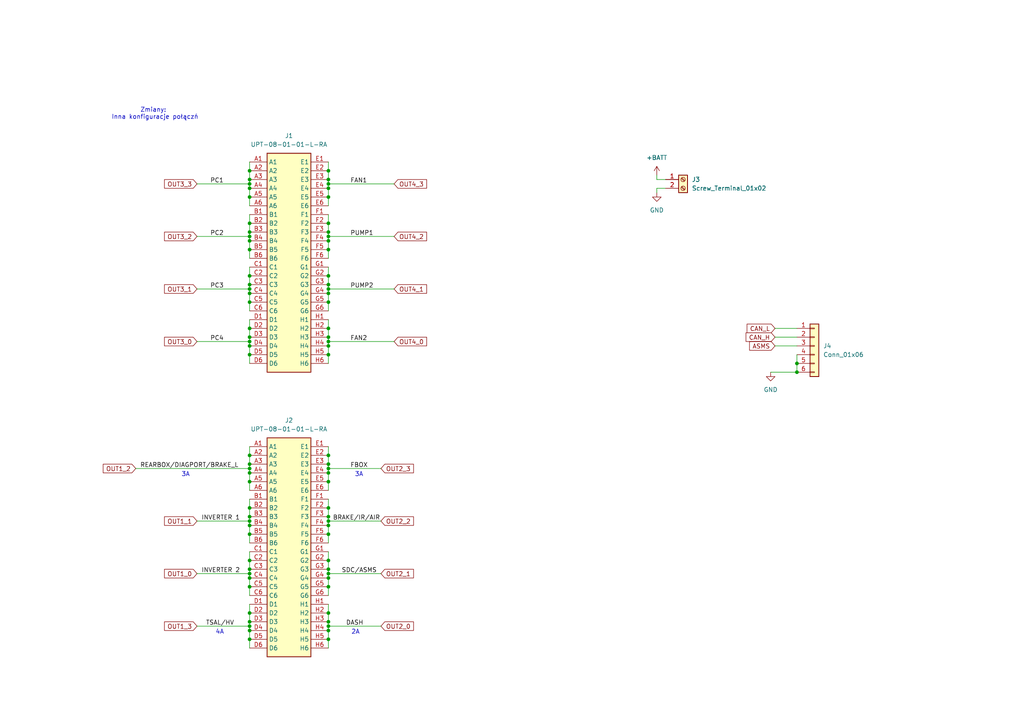
<source format=kicad_sch>
(kicad_sch (version 20231120) (generator "eeschema") (generator_version "8.0")
  (paper "A4")
  (lib_symbols
    (symbol "Connector:Screw_Terminal_01x02" (pin_names (offset 1.016) hide)
      (property "Reference" "J" (at 0 2.54 0))
      (property "Value" "Screw_Terminal_01x02" (at 0 -5.08 0))
      (symbol "Screw_Terminal_01x02_1_1"
        (rectangle (start -1.27 1.27) (end 1.27 -3.81) (stroke (width 0.254)) (fill (type background)))
        (circle (center 0 -2.54) (radius 0.635) (stroke (width 0.1524)))
        (polyline (pts (xy -0.5334 -2.2098) (xy 0.3302 -3.048)) (stroke (width 0.1524)))
        (polyline (pts (xy -0.5334 0.3302) (xy 0.3302 -0.508)) (stroke (width 0.1524)))
        (polyline (pts (xy -0.3556 -2.032) (xy 0.508 -2.8702)) (stroke (width 0.1524)))
        (polyline (pts (xy -0.3556 0.508) (xy 0.508 -0.3302)) (stroke (width 0.1524)))
        (circle (center 0 0) (radius 0.635) (stroke (width 0.1524)))
        (pin passive line (at -5.08 0 0) (length 3.81) (name "Pin_1") (number "1"))
        (pin passive line (at -5.08 -2.54 0) (length 3.81) (name "Pin_2") (number "2"))
      )
    )
    (symbol "Connector_Generic:Conn_01x06" (pin_names (offset 1.016) hide)
      (property "Reference" "J" (at 0 7.62 0))
      (property "Value" "Conn_01x06" (at 0 -10.16 0))
      (symbol "Conn_01x06_1_1"
        (rectangle (start -1.27 -7.493) (end 0 -7.747) (stroke (width 0.1524)))
        (rectangle (start -1.27 -4.953) (end 0 -5.207) (stroke (width 0.1524)))
        (rectangle (start -1.27 -2.413) (end 0 -2.667) (stroke (width 0.1524)))
        (rectangle (start -1.27 0.127) (end 0 -0.127) (stroke (width 0.1524)))
        (rectangle (start -1.27 2.667) (end 0 2.413) (stroke (width 0.1524)))
        (rectangle (start -1.27 5.207) (end 0 4.953) (stroke (width 0.1524)))
        (rectangle (start -1.27 6.35) (end 1.27 -8.89) (stroke (width 0.254)) (fill (type background)))
        (pin passive line (at -5.08 5.08 0) (length 3.81) (name "Pin_1") (number "1"))
        (pin passive line (at -5.08 2.54 0) (length 3.81) (name "Pin_2") (number "2"))
        (pin passive line (at -5.08 0 0) (length 3.81) (name "Pin_3") (number "3"))
        (pin passive line (at -5.08 -2.54 0) (length 3.81) (name "Pin_4") (number "4"))
        (pin passive line (at -5.08 -5.08 0) (length 3.81) (name "Pin_5") (number "5"))
        (pin passive line (at -5.08 -7.62 0) (length 3.81) (name "Pin_6") (number "6"))
      )
    )
    (symbol "UPT-08-01-01-L-RA:UPT-08-01-01-L-RA"
      (property "Reference" "J" (at 19.05 7.62 0))
      (property "Value" "UPT-08-01-01-L-RA" (at 19.05 5.08 0))
      (symbol "UPT-08-01-01-L-RA_1_1"
        (rectangle (start 5.08 2.54) (end 17.78 -60.96) (stroke (width 0.254)) (fill (type background)))
        (pin passive line (at 0 0 0) (length 5.08) (name "A1") (number "A1"))
        (pin passive line (at 0 -2.54 0) (length 5.08) (name "A2") (number "A2"))
        (pin passive line (at 0 -5.08 0) (length 5.08) (name "A3") (number "A3"))
        (pin passive line (at 0 -7.62 0) (length 5.08) (name "A4") (number "A4"))
        (pin passive line (at 0 -10.16 0) (length 5.08) (name "A5") (number "A5"))
        (pin passive line (at 0 -12.7 0) (length 5.08) (name "A6") (number "A6"))
        (pin passive line (at 0 -15.24 0) (length 5.08) (name "B1") (number "B1"))
        (pin passive line (at 0 -17.78 0) (length 5.08) (name "B2") (number "B2"))
        (pin passive line (at 0 -20.32 0) (length 5.08) (name "B3") (number "B3"))
        (pin passive line (at 0 -22.86 0) (length 5.08) (name "B4") (number "B4"))
        (pin passive line (at 0 -25.4 0) (length 5.08) (name "B5") (number "B5"))
        (pin passive line (at 0 -27.94 0) (length 5.08) (name "B6") (number "B6"))
        (pin passive line (at 0 -30.48 0) (length 5.08) (name "C1") (number "C1"))
        (pin passive line (at 0 -33.02 0) (length 5.08) (name "C2") (number "C2"))
        (pin passive line (at 0 -35.56 0) (length 5.08) (name "C3") (number "C3"))
        (pin passive line (at 0 -38.1 0) (length 5.08) (name "C4") (number "C4"))
        (pin passive line (at 0 -40.64 0) (length 5.08) (name "C5") (number "C5"))
        (pin passive line (at 0 -43.18 0) (length 5.08) (name "C6") (number "C6"))
        (pin passive line (at 0 -45.72 0) (length 5.08) (name "D1") (number "D1"))
        (pin passive line (at 0 -48.26 0) (length 5.08) (name "D2") (number "D2"))
        (pin passive line (at 0 -50.8 0) (length 5.08) (name "D3") (number "D3"))
        (pin passive line (at 0 -53.34 0) (length 5.08) (name "D4") (number "D4"))
        (pin passive line (at 0 -55.88 0) (length 5.08) (name "D5") (number "D5"))
        (pin passive line (at 0 -58.42 0) (length 5.08) (name "D6") (number "D6"))
        (pin passive line (at 22.86 0 180) (length 5.08) (name "E1") (number "E1"))
        (pin passive line (at 22.86 -2.54 180) (length 5.08) (name "E2") (number "E2"))
        (pin passive line (at 22.86 -5.08 180) (length 5.08) (name "E3") (number "E3"))
        (pin passive line (at 22.86 -7.62 180) (length 5.08) (name "E4") (number "E4"))
        (pin passive line (at 22.86 -10.16 180) (length 5.08) (name "E5") (number "E5"))
        (pin passive line (at 22.86 -12.7 180) (length 5.08) (name "E6") (number "E6"))
        (pin passive line (at 22.86 -15.24 180) (length 5.08) (name "F1") (number "F1"))
        (pin passive line (at 22.86 -17.78 180) (length 5.08) (name "F2") (number "F2"))
        (pin passive line (at 22.86 -20.32 180) (length 5.08) (name "F3") (number "F3"))
        (pin passive line (at 22.86 -22.86 180) (length 5.08) (name "F4") (number "F4"))
        (pin passive line (at 22.86 -25.4 180) (length 5.08) (name "F5") (number "F5"))
        (pin passive line (at 22.86 -27.94 180) (length 5.08) (name "F6") (number "F6"))
        (pin passive line (at 22.86 -30.48 180) (length 5.08) (name "G1") (number "G1"))
        (pin passive line (at 22.86 -33.02 180) (length 5.08) (name "G2") (number "G2"))
        (pin passive line (at 22.86 -35.56 180) (length 5.08) (name "G3") (number "G3"))
        (pin passive line (at 22.86 -38.1 180) (length 5.08) (name "G4") (number "G4"))
        (pin passive line (at 22.86 -40.64 180) (length 5.08) (name "G5") (number "G5"))
        (pin passive line (at 22.86 -43.18 180) (length 5.08) (name "G6") (number "G6"))
        (pin passive line (at 22.86 -45.72 180) (length 5.08) (name "H1") (number "H1"))
        (pin passive line (at 22.86 -48.26 180) (length 5.08) (name "H2") (number "H2"))
        (pin passive line (at 22.86 -50.8 180) (length 5.08) (name "H3") (number "H3"))
        (pin passive line (at 22.86 -53.34 180) (length 5.08) (name "H4") (number "H4"))
        (pin passive line (at 22.86 -55.88 180) (length 5.08) (name "H5") (number "H5"))
        (pin passive line (at 22.86 -58.42 180) (length 5.08) (name "H6") (number "H6"))
      )
    )
    (symbol "power:+BATT" (power) (pin_names (offset 0))
      (property "Value" "+BATT" (at 0 3.556 0))
      (symbol "+BATT_0_1"
        (polyline (pts (xy -0.762 1.27) (xy 0 2.54)))
        (polyline (pts (xy 0 0) (xy 0 2.54)))
        (polyline (pts (xy 0 2.54) (xy 0.762 1.27)))
      )
      (symbol "+BATT_1_1"
        (pin power_in line (at 0 0 90) (length 0) hide (name "+BATT") (number "1"))
      )
    )
    (symbol "power:GND" (power) (pin_names (offset 0))
      (property "Value" "GND" (at 0 -3.81 0))
      (symbol "GND_0_1"
        (polyline (pts (xy 0 0) (xy 0 -1.27) (xy 1.27 -1.27) (xy 0 -2.54) (xy -1.27 -1.27) (xy 0 -1.27)))
      )
      (symbol "GND_1_1"
        (pin power_in line (at 0 0 270) (length 0) hide (name "GND") (number "1"))
      )
    )
  )
  (junction (at 72.39 69.85))
  (junction (at 231.14 105.41))
  (junction (at 95.25 53.34))
  (junction (at 72.39 177.8))
  (junction (at 72.39 149.86))
  (junction (at 72.39 85.09))
  (junction (at 95.25 166.37))
  (junction (at 95.25 72.39))
  (junction (at 95.25 52.07))
  (junction (at 95.25 167.64))
  (junction (at 95.25 54.61))
  (junction (at 72.39 72.39))
  (junction (at 95.25 132.08))
  (junction (at 72.39 166.37))
  (junction (at 95.25 95.25))
  (junction (at 72.39 87.63))
  (junction (at 95.25 80.01))
  (junction (at 72.39 64.77))
  (junction (at 95.25 97.79))
  (junction (at 95.25 165.1))
  (junction (at 72.39 139.7))
  (junction (at 72.39 53.34))
  (junction (at 95.25 99.06))
  (junction (at 95.25 102.87))
  (junction (at 72.39 162.56))
  (junction (at 95.25 67.31))
  (junction (at 95.25 68.58))
  (junction (at 72.39 82.55))
  (junction (at 95.25 69.85))
  (junction (at 72.39 57.15))
  (junction (at 95.25 137.16))
  (junction (at 72.39 137.16))
  (junction (at 72.39 49.53))
  (junction (at 72.39 147.32))
  (junction (at 95.25 87.63))
  (junction (at 95.25 100.33))
  (junction (at 95.25 182.88))
  (junction (at 72.39 135.89))
  (junction (at 72.39 182.88))
  (junction (at 72.39 152.4))
  (junction (at 72.39 132.08))
  (junction (at 72.39 180.34))
  (junction (at 72.39 154.94))
  (junction (at 95.25 139.7))
  (junction (at 95.25 82.55))
  (junction (at 95.25 180.34))
  (junction (at 72.39 80.01))
  (junction (at 72.39 67.31))
  (junction (at 72.39 185.42))
  (junction (at 95.25 149.86))
  (junction (at 72.39 102.87))
  (junction (at 95.25 170.18))
  (junction (at 72.39 100.33))
  (junction (at 231.14 107.95))
  (junction (at 72.39 52.07))
  (junction (at 95.25 147.32))
  (junction (at 95.25 49.53))
  (junction (at 72.39 68.58))
  (junction (at 95.25 134.62))
  (junction (at 95.25 154.94))
  (junction (at 95.25 151.13))
  (junction (at 95.25 177.8))
  (junction (at 72.39 83.82))
  (junction (at 95.25 162.56))
  (junction (at 95.25 152.4))
  (junction (at 72.39 54.61))
  (junction (at 72.39 134.62))
  (junction (at 95.25 64.77))
  (junction (at 72.39 99.06))
  (junction (at 95.25 135.89))
  (junction (at 95.25 85.09))
  (junction (at 72.39 167.64))
  (junction (at 72.39 151.13))
  (junction (at 72.39 165.1))
  (junction (at 95.25 57.15))
  (junction (at 72.39 97.79))
  (junction (at 95.25 83.82))
  (junction (at 95.25 185.42))
  (junction (at 72.39 181.61))
  (junction (at 95.25 181.61))
  (junction (at 72.39 95.25))
  (junction (at 72.39 170.18))
  (wire (pts (xy 95.25 166.37) (xy 110.49 166.37)))
  (wire (pts (xy 95.25 87.63) (xy 95.25 90.17)))
  (wire (pts (xy 72.39 167.64) (xy 72.39 170.18)))
  (wire (pts (xy 95.25 147.32) (xy 95.25 149.86)))
  (wire (pts (xy 72.39 100.33) (xy 72.39 102.87)))
  (wire (pts (xy 224.79 97.79) (xy 231.14 97.79)))
  (wire (pts (xy 72.39 46.99) (xy 72.39 49.53)))
  (wire (pts (xy 95.25 68.58) (xy 95.25 69.85)))
  (wire (pts (xy 72.39 149.86) (xy 72.39 151.13)))
  (wire (pts (xy 95.25 134.62) (xy 95.25 135.89)))
  (wire (pts (xy 190.5 54.61) (xy 190.5 55.88)))
  (wire (pts (xy 72.39 77.47) (xy 72.39 80.01)))
  (wire (pts (xy 224.79 95.25) (xy 231.14 95.25)))
  (wire (pts (xy 72.39 154.94) (xy 72.39 157.48)))
  (wire (pts (xy 193.04 52.07) (xy 190.5 52.07)))
  (wire (pts (xy 95.25 166.37) (xy 95.25 167.64)))
  (wire (pts (xy 72.39 129.54) (xy 72.39 132.08)))
  (wire (pts (xy 57.15 181.61) (xy 72.39 181.61)))
  (wire (pts (xy 95.25 151.13) (xy 95.25 152.4)))
  (wire (pts (xy 72.39 144.78) (xy 72.39 147.32)))
  (wire (pts (xy 95.25 175.26) (xy 95.25 177.8)))
  (wire (pts (xy 95.25 69.85) (xy 95.25 72.39)))
  (wire (pts (xy 95.25 99.06) (xy 114.3 99.06)))
  (wire (pts (xy 57.15 166.37) (xy 72.39 166.37)))
  (wire (pts (xy 95.25 152.4) (xy 95.25 154.94)))
  (wire (pts (xy 72.39 134.62) (xy 72.39 135.89)))
  (wire (pts (xy 95.25 82.55) (xy 95.25 83.82)))
  (wire (pts (xy 72.39 72.39) (xy 72.39 74.93)))
  (wire (pts (xy 72.39 82.55) (xy 72.39 83.82)))
  (wire (pts (xy 95.25 72.39) (xy 95.25 74.93)))
  (wire (pts (xy 72.39 95.25) (xy 72.39 97.79)))
  (wire (pts (xy 95.25 102.87) (xy 95.25 105.41)))
  (wire (pts (xy 95.25 49.53) (xy 95.25 52.07)))
  (wire (pts (xy 72.39 180.34) (xy 72.39 181.61)))
  (wire (pts (xy 231.14 102.87) (xy 231.14 105.41)))
  (wire (pts (xy 231.14 105.41) (xy 231.14 107.95)))
  (wire (pts (xy 95.25 180.34) (xy 95.25 181.61)))
  (wire (pts (xy 72.39 87.63) (xy 72.39 90.17)))
  (wire (pts (xy 72.39 135.89) (xy 72.39 137.16)))
  (wire (pts (xy 95.25 132.08) (xy 95.25 134.62)))
  (wire (pts (xy 72.39 166.37) (xy 72.39 167.64)))
  (wire (pts (xy 95.25 167.64) (xy 95.25 170.18)))
  (wire (pts (xy 72.39 85.09) (xy 72.39 87.63)))
  (wire (pts (xy 95.25 135.89) (xy 110.49 135.89)))
  (wire (pts (xy 39.37 135.89) (xy 72.39 135.89)))
  (wire (pts (xy 72.39 177.8) (xy 72.39 180.34)))
  (wire (pts (xy 72.39 151.13) (xy 72.39 152.4)))
  (wire (pts (xy 95.25 162.56) (xy 95.25 165.1)))
  (wire (pts (xy 72.39 67.31) (xy 72.39 68.58)))
  (wire (pts (xy 72.39 69.85) (xy 72.39 72.39)))
  (wire (pts (xy 95.25 181.61) (xy 95.25 182.88)))
  (wire (pts (xy 72.39 137.16) (xy 72.39 139.7)))
  (wire (pts (xy 72.39 175.26) (xy 72.39 177.8)))
  (wire (pts (xy 95.25 160.02) (xy 95.25 162.56)))
  (wire (pts (xy 95.25 100.33) (xy 95.25 102.87)))
  (wire (pts (xy 95.25 83.82) (xy 114.3 83.82)))
  (wire (pts (xy 95.25 62.23) (xy 95.25 64.77)))
  (wire (pts (xy 72.39 52.07) (xy 72.39 53.34)))
  (wire (pts (xy 72.39 83.82) (xy 72.39 85.09)))
  (wire (pts (xy 72.39 62.23) (xy 72.39 64.77)))
  (wire (pts (xy 95.25 185.42) (xy 95.25 187.96)))
  (wire (pts (xy 95.25 92.71) (xy 95.25 95.25)))
  (wire (pts (xy 72.39 182.88) (xy 72.39 185.42)))
  (wire (pts (xy 95.25 129.54) (xy 95.25 132.08)))
  (wire (pts (xy 72.39 162.56) (xy 72.39 165.1)))
  (wire (pts (xy 95.25 53.34) (xy 95.25 54.61)))
  (wire (pts (xy 57.15 99.06) (xy 72.39 99.06)))
  (wire (pts (xy 72.39 68.58) (xy 72.39 69.85)))
  (wire (pts (xy 95.25 149.86) (xy 95.25 151.13)))
  (wire (pts (xy 95.25 54.61) (xy 95.25 57.15)))
  (wire (pts (xy 72.39 147.32) (xy 72.39 149.86)))
  (wire (pts (xy 57.15 151.13) (xy 72.39 151.13)))
  (wire (pts (xy 95.25 95.25) (xy 95.25 97.79)))
  (wire (pts (xy 72.39 152.4) (xy 72.39 154.94)))
  (wire (pts (xy 72.39 99.06) (xy 72.39 100.33)))
  (wire (pts (xy 72.39 165.1) (xy 72.39 166.37)))
  (wire (pts (xy 95.25 99.06) (xy 95.25 100.33)))
  (wire (pts (xy 72.39 49.53) (xy 72.39 52.07)))
  (wire (pts (xy 224.79 100.33) (xy 231.14 100.33)))
  (wire (pts (xy 57.15 53.34) (xy 72.39 53.34)))
  (wire (pts (xy 72.39 160.02) (xy 72.39 162.56)))
  (wire (pts (xy 72.39 181.61) (xy 72.39 182.88)))
  (wire (pts (xy 72.39 97.79) (xy 72.39 99.06)))
  (wire (pts (xy 95.25 170.18) (xy 95.25 172.72)))
  (wire (pts (xy 95.25 68.58) (xy 114.3 68.58)))
  (wire (pts (xy 72.39 80.01) (xy 72.39 82.55)))
  (wire (pts (xy 95.25 53.34) (xy 114.3 53.34)))
  (wire (pts (xy 193.04 54.61) (xy 190.5 54.61)))
  (wire (pts (xy 95.25 182.88) (xy 95.25 185.42)))
  (wire (pts (xy 95.25 85.09) (xy 95.25 87.63)))
  (wire (pts (xy 72.39 139.7) (xy 72.39 142.24)))
  (wire (pts (xy 95.25 67.31) (xy 95.25 68.58)))
  (wire (pts (xy 95.25 64.77) (xy 95.25 67.31)))
  (wire (pts (xy 95.25 154.94) (xy 95.25 157.48)))
  (wire (pts (xy 72.39 54.61) (xy 72.39 57.15)))
  (wire (pts (xy 72.39 185.42) (xy 72.39 187.96)))
  (wire (pts (xy 95.25 135.89) (xy 95.25 137.16)))
  (wire (pts (xy 95.25 144.78) (xy 95.25 147.32)))
  (wire (pts (xy 72.39 57.15) (xy 72.39 59.69)))
  (wire (pts (xy 95.25 151.13) (xy 110.49 151.13)))
  (wire (pts (xy 72.39 92.71) (xy 72.39 95.25)))
  (wire (pts (xy 95.25 139.7) (xy 95.25 142.24)))
  (wire (pts (xy 95.25 137.16) (xy 95.25 139.7)))
  (wire (pts (xy 57.15 83.82) (xy 72.39 83.82)))
  (wire (pts (xy 72.39 53.34) (xy 72.39 54.61)))
  (wire (pts (xy 95.25 77.47) (xy 95.25 80.01)))
  (wire (pts (xy 95.25 83.82) (xy 95.25 85.09)))
  (wire (pts (xy 95.25 177.8) (xy 95.25 180.34)))
  (wire (pts (xy 190.5 52.07) (xy 190.5 50.8)))
  (wire (pts (xy 95.25 46.99) (xy 95.25 49.53)))
  (wire (pts (xy 57.15 68.58) (xy 72.39 68.58)))
  (wire (pts (xy 95.25 52.07) (xy 95.25 53.34)))
  (wire (pts (xy 72.39 132.08) (xy 72.39 134.62)))
  (wire (pts (xy 95.25 97.79) (xy 95.25 99.06)))
  (wire (pts (xy 72.39 64.77) (xy 72.39 67.31)))
  (wire (pts (xy 72.39 170.18) (xy 72.39 172.72)))
  (wire (pts (xy 95.25 181.61) (xy 110.49 181.61)))
  (wire (pts (xy 223.52 107.95) (xy 231.14 107.95)))
  (wire (pts (xy 72.39 102.87) (xy 72.39 105.41)))
  (wire (pts (xy 95.25 165.1) (xy 95.25 166.37)))
  (wire (pts (xy 95.25 80.01) (xy 95.25 82.55)))
  (wire (pts (xy 95.25 57.15) (xy 95.25 59.69)))
  (text "3A" (at 104.14 137.668 0) (effects (font (size 1.27 1.27))))
  (text "3A\n" (at 53.848 137.668 0) (effects (font (size 1.27 1.27))))
  (text "4A" (at 63.754 183.388 0) (effects (font (size 1.27 1.27))))
  (text "Zmiany: \nInna konfiguracje połączń" (at 44.958 33.02 0) (effects (font (size 1.27 1.27))))
  (text "2A" (at 103.124 183.388 0) (effects (font (size 1.27 1.27))))
  (label "SDC{slash}ASMS" (at 99.06 166.37 0))
  (label "TSAL{slash}HV" (at 59.69 181.61 0))
  (label "REARBOX{slash}DIAGPORT{slash}BRAKE_L" (at 40.64 135.89 0))
  (label "PC4" (at 60.96 99.06 0))
  (label "FAN1" (at 101.6 53.34 0))
  (label "PUMP2" (at 101.6 83.82 0))
  (label "PC1" (at 60.96 53.34 0))
  (label "FAN2" (at 101.6 99.06 0))
  (label "PC2" (at 60.96 68.58 0))
  (label "INVERTER 2" (at 58.42 166.37 0))
  (label "BRAKE{slash}IR{slash}AIR" (at 96.52 151.13 0))
  (label "DASH" (at 100.33 181.61 0))
  (label "PC3" (at 60.96 83.82 0))
  (label "FBOX" (at 101.6 135.89 0))
  (label "PUMP1" (at 101.6 68.58 0))
  (label "INVERTER 1" (at 58.42 151.13 0))
  (global_label "OUT1_1" (shape input) (at 57.15 151.13 180) (property "Intersheetrefs" "${INTERSHEET_REFS}" (effects (hide yes))))
  (global_label "CAN_L" (shape input) (at 224.79 95.25 180) (property "Intersheetrefs" "${INTERSHEET_REFS}" (effects (hide yes))))
  (global_label "ASMS" (shape input) (at 224.79 100.33 180) (property "Intersheetrefs" "${INTERSHEET_REFS}" (effects (hide yes))))
  (global_label "OUT3_0" (shape input) (at 57.15 99.06 180) (property "Intersheetrefs" "${INTERSHEET_REFS}" (effects (hide yes))))
  (global_label "OUT3_3" (shape input) (at 57.15 53.34 180) (property "Intersheetrefs" "${INTERSHEET_REFS}" (effects (hide yes))))
  (global_label "OUT1_3" (shape input) (at 57.15 181.61 180) (property "Intersheetrefs" "${INTERSHEET_REFS}" (effects (hide yes))))
  (global_label "CAN_H" (shape input) (at 224.79 97.79 180) (property "Intersheetrefs" "${INTERSHEET_REFS}" (effects (hide yes))))
  (global_label "OUT2_3" (shape input) (at 110.49 135.89 0) (property "Intersheetrefs" "${INTERSHEET_REFS}" (effects (hide yes))))
  (global_label "OUT3_2" (shape input) (at 57.15 68.58 180) (property "Intersheetrefs" "${INTERSHEET_REFS}" (effects (hide yes))))
  (global_label "OUT1_0" (shape input) (at 57.15 166.37 180) (property "Intersheetrefs" "${INTERSHEET_REFS}" (effects (hide yes))))
  (global_label "OUT4_2" (shape input) (at 114.3 68.58 0) (property "Intersheetrefs" "${INTERSHEET_REFS}" (effects (hide yes))))
  (global_label "OUT4_3" (shape input) (at 114.3 53.34 0) (property "Intersheetrefs" "${INTERSHEET_REFS}" (effects (hide yes))))
  (global_label "OUT4_0" (shape input) (at 114.3 99.06 0) (property "Intersheetrefs" "${INTERSHEET_REFS}" (effects (hide yes))))
  (global_label "OUT4_1" (shape input) (at 114.3 83.82 0) (property "Intersheetrefs" "${INTERSHEET_REFS}" (effects (hide yes))))
  (global_label "OUT2_0" (shape input) (at 110.49 181.61 0) (property "Intersheetrefs" "${INTERSHEET_REFS}" (effects (hide yes))))
  (global_label "OUT3_1" (shape input) (at 57.15 83.82 180) (property "Intersheetrefs" "${INTERSHEET_REFS}" (effects (hide yes))))
  (global_label "OUT1_2" (shape input) (at 39.37 135.89 180) (property "Intersheetrefs" "${INTERSHEET_REFS}" (effects (hide yes))))
  (global_label "OUT2_2" (shape input) (at 110.49 151.13 0) (property "Intersheetrefs" "${INTERSHEET_REFS}" (effects (hide yes))))
  (global_label "OUT2_1" (shape input) (at 110.49 166.37 0) (property "Intersheetrefs" "${INTERSHEET_REFS}" (effects (hide yes))))
  (symbol (lib_id "UPT-08-01-01-L-RA:UPT-08-01-01-L-RA") (at 72.39 129.54 0) (unit 1)
    (property "Reference" "J2" (at 83.82 121.92 0))
    (property "Value" "UPT-08-01-01-L-RA" (at 83.82 124.46 0))
    (property "Footprint" "UPT080101LRA" (effects (hide yes)))
    (property "Datasheet" "https://componentsearchengine.com/Datasheets/1/UPT-08-01-01-L-RA.pdf" (effects (hide yes)))
    (property "Description" "SAMTEC - UPT-08-01-01-L-RA - Pin Header, Power Terminal, Board-to-Board, 3.81 mm, 1 Rows, 8 Contacts, Through Hole, UPT Series" (effects (hide yes)))
    (property "Mouser Part Number" "200-UPT080101LRA" (effects (hide yes)))
    (property "Mouser Price/Stock" "https://www.mouser.com/Search/Refine.aspx?Keyword=200-UPT080101LRA" (effects (hide yes)))
    (property "Manufacturer_Name" "SAMTEC" (effects (hide yes)))
    (property "Manufacturer_Part_Number" "UPT-08-01-01-L-RA" (effects (hide yes)))
  )
  (symbol (lib_id "power:+BATT") (at 190.5 50.8 0) (unit 1)
    (property "Reference" "#PWR012" (effects (hide yes)))
    (property "Value" "+BATT" (at 190.5 45.72 0))
  )
  (symbol (lib_id "UPT-08-01-01-L-RA:UPT-08-01-01-L-RA") (at 72.39 46.99 0) (unit 1)
    (property "Reference" "J1" (at 83.82 39.37 0))
    (property "Value" "UPT-08-01-01-L-RA" (at 83.82 41.91 0))
    (property "Footprint" "UPT080101LRA" (effects (hide yes)))
    (property "Datasheet" "https://componentsearchengine.com/Datasheets/1/UPT-08-01-01-L-RA.pdf" (effects (hide yes)))
    (property "Description" "SAMTEC - UPT-08-01-01-L-RA - Pin Header, Power Terminal, Board-to-Board, 3.81 mm, 1 Rows, 8 Contacts, Through Hole, UPT Series" (effects (hide yes)))
    (property "Mouser Part Number" "200-UPT080101LRA" (effects (hide yes)))
    (property "Mouser Price/Stock" "https://www.mouser.com/Search/Refine.aspx?Keyword=200-UPT080101LRA" (effects (hide yes)))
    (property "Manufacturer_Name" "SAMTEC" (effects (hide yes)))
    (property "Manufacturer_Part_Number" "UPT-08-01-01-L-RA" (effects (hide yes)))
  )
  (symbol (lib_id "power:GND") (at 190.5 55.88 0) (unit 1)
    (property "Reference" "#PWR013" (effects (hide yes)))
    (property "Value" "GND" (at 190.5 60.96 0))
  )
  (symbol (lib_id "Connector_Generic:Conn_01x06") (at 236.22 100.33 0) (unit 1)
    (property "Reference" "J4" (at 238.76 100.33 0) (effects (justify left)))
    (property "Value" "Conn_01x06" (at 238.76 102.87 0) (effects (justify left)))
    (property "Footprint" "Connector_IDC:IDC-Header_2x03_P2.54mm_Vertical" (effects (hide yes)))
  )
  (symbol (lib_id "power:GND") (at 223.52 107.95 0) (unit 1)
    (property "Reference" "#PWR014" (effects (hide yes)))
    (property "Value" "GND" (at 223.52 113.03 0))
  )
  (symbol (lib_id "Connector:Screw_Terminal_01x02") (at 198.12 52.07 0) (unit 1)
    (property "Reference" "J3" (at 200.66 52.0699 0) (effects (justify left)))
    (property "Value" "Screw_Terminal_01x02" (at 200.66 54.6099 0) (effects (justify left)))
    (property "Description" "Generic screw terminal, single row, 01x02, script generated (kicad-library-utils/schlib/autogen/connector/)" (effects (hide yes)))
  )
)
</source>
